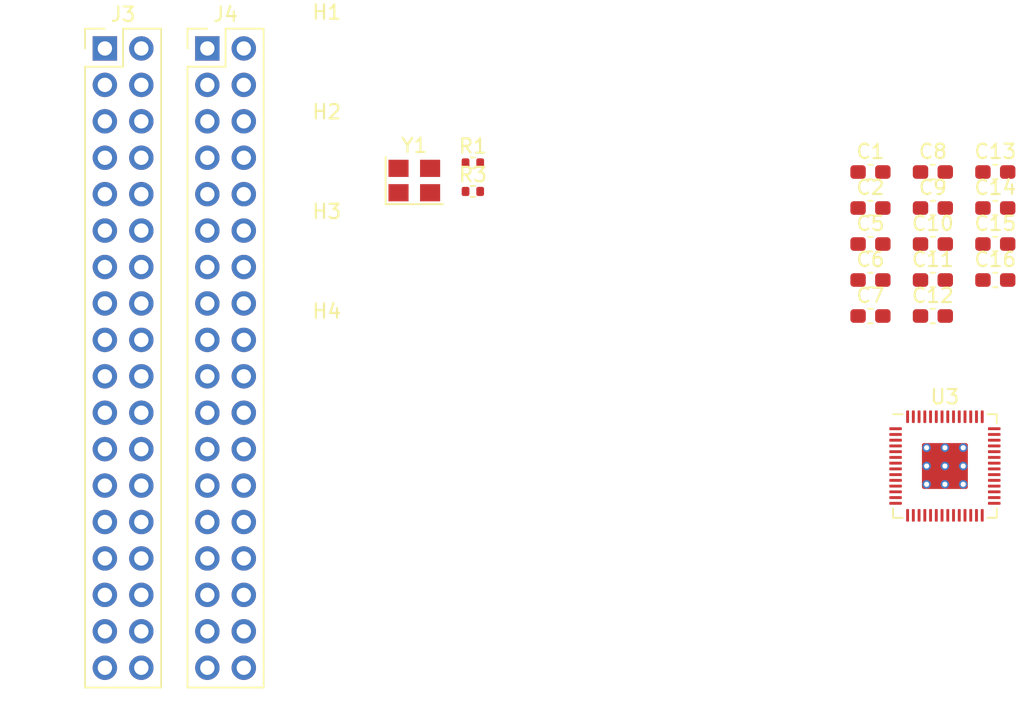
<source format=kicad_pcb>
(kicad_pcb (version 20241229) (generator "pcbnew") (generator_version "9.0")
  (title_block (title "RP2040 Minimal Design Example") (date "2024-01-16") (rev "REV2") (company "Raspberry Pi Ltd"))
  (layers (0 "F.Cu" signal) (2 "B.Cu" signal) (13 "F.Paste" user) (15 "B.Paste" user) (5 "F.SilkS" user "F.Silkscreen") (7 "B.SilkS" user "B.Silkscreen") (1 "F.Mask" user) (3 "B.Mask" user) (25 "Edge.Cuts" user))
  (net 0 "")
  (net 1 "GND")
  (net 2 "Net-(C2-Pad1)")
  (net 3 "/XIN")
  (net 5 "+3V3")
  (net 6 "+1V1")
  (net 8 "/~{USB_BOOT}")
  (net 9 "/GPIO15")
  (net 10 "/GPIO14")
  (net 11 "/GPIO13")
  (net 12 "/GPIO12")
  (net 13 "/GPIO11")
  (net 14 "/GPIO10")
  (net 15 "/GPIO9")
  (net 16 "/GPIO8")
  (net 17 "/GPIO7")
  (net 18 "/GPIO6")
  (net 19 "/GPIO5")
  (net 20 "/GPIO4")
  (net 21 "/GPIO3")
  (net 22 "/GPIO2")
  (net 23 "/GPIO1")
  (net 24 "/GPIO0")
  (net 25 "/GPIO29_ADC3")
  (net 26 "/GPIO28_ADC2")
  (net 27 "/GPIO27_ADC1")
  (net 28 "/GPIO26_ADC0")
  (net 29 "/GPIO25")
  (net 30 "/GPIO24")
  (net 31 "/GPIO23")
  (net 32 "/GPIO22")
  (net 33 "/GPIO21")
  (net 34 "/GPIO20")
  (net 35 "/GPIO19")
  (net 36 "/GPIO18")
  (net 37 "/GPIO17")
  (net 38 "/GPIO16")
  (net 39 "/RUN")
  (net 40 "/SWD")
  (net 41 "/SWCLK")
  (net 42 "/QSPI_SS")
  (net 43 "/QSPI_SD3")
  (net 44 "/QSPI_SCLK")
  (net 45 "/QSPI_SD0")
  (net 46 "/QSPI_SD2")
  (net 47 "/QSPI_SD1")
  (footprint "Capacitor_SMD:C_0603_1608Metric_Pad1.08x0.95mm_HandSolder" (layer "F.Cu") (at 130.975 52.645)
    (property "Reference" "C10" (at 0 -1.43 0) (layer "F.SilkS"))
    (property "Value" "1u")
    (fp_line (start -0.146267 -0.51) (end 0.146267 -0.51) (stroke (width 0.12)) (layer "F.SilkS"))
    (fp_line (start -0.146267 0.51) (end 0.146267 0.51) (stroke (width 0.12)) (layer "F.SilkS"))
    (pad "1" smd roundrect (at -0.8625 0) (size 1.075 0.95) (layers "F.Cu" "F.Mask" "F.Paste") (net 5 "+3V3"))
    (pad "2" smd roundrect (at 0.8625 0) (size 1.075 0.95) (layers "F.Cu" "F.Mask" "F.Paste") (net 1 "GND"))
  )
  (footprint "Capacitor_SMD:C_0603_1608Metric_Pad1.08x0.95mm_HandSolder" (layer "F.Cu") (at 126.625 55.155)
    (property "Reference" "C6" (at 0 -1.43 0) (layer "F.SilkS"))
    (property "Value" "100n")
    (fp_line (start -0.146267 -0.51) (end 0.146267 -0.51) (stroke (width 0.12)) (layer "F.SilkS"))
    (fp_line (start -0.146267 0.51) (end 0.146267 0.51) (stroke (width 0.12)) (layer "F.SilkS"))
    (pad "1" smd roundrect (at -0.8625 0) (size 1.075 0.95) (layers "F.Cu" "F.Mask" "F.Paste") (net 6 "+1V1"))
    (pad "2" smd roundrect (at 0.8625 0) (size 1.075 0.95) (layers "F.Cu" "F.Mask" "F.Paste") (net 1 "GND"))
  )
  (footprint "Capacitor_SMD:C_0603_1608Metric_Pad1.08x0.95mm_HandSolder" (layer "F.Cu") (at 126.625 50.135)
    (property "Reference" "C2" (at 0 -1.43 0) (layer "F.SilkS"))
    (property "Value" "27pF")
    (fp_line (start -0.146267 -0.51) (end 0.146267 -0.51) (stroke (width 0.12)) (layer "F.SilkS"))
    (fp_line (start -0.146267 0.51) (end 0.146267 0.51) (stroke (width 0.12)) (layer "F.SilkS"))
    (pad "1" smd roundrect (at -0.8625 0) (size 1.075 0.95) (layers "F.Cu" "F.Mask" "F.Paste") (net 2 "Net-(C2-Pad1)"))
    (pad "2" smd roundrect (at 0.8625 0) (size 1.075 0.95) (layers "F.Cu" "F.Mask" "F.Paste") (net 1 "GND"))
  )
  (footprint "MountingHole:MountingHole_2.7mm_M2.5" (layer "F.Cu") (at 88.7425 40.18)
    (property "Reference" "H1" (at 0 -3.7 0) (layer "F.SilkS"))
    (property "Value" "MountingHole")
    (pad "" np_thru_hole circle (at 0 0) (size 2.7 2.7) (drill 2.7) (layers "*.Cu" "*.Mask"))
  )
  (footprint "Resistor_SMD:R_0402_1005Metric" (layer "F.Cu") (at 98.9225 46.99)
    (property "Reference" "R1" (at 0 -1.17 0) (layer "F.SilkS"))
    (property "Value" "1k")
    (fp_line (start -0.153641 -0.38) (end 0.153641 -0.38) (stroke (width 0.12)) (layer "F.SilkS"))
    (fp_line (start -0.153641 0.38) (end 0.153641 0.38) (stroke (width 0.12)) (layer "F.SilkS"))
    (pad "1" smd roundrect (at -0.51 0) (size 0.54 0.64) (layers "F.Cu" "F.Mask" "F.Paste") (net 42 "/QSPI_SS"))
    (pad "2" smd roundrect (at 0.51 0) (size 0.54 0.64) (layers "F.Cu" "F.Mask" "F.Paste") (net 8 "/~{USB_BOOT}"))
  )
  (footprint "Crystal:Crystal_SMD_Abracon_ABM8G-4Pin_3.2x2.5mm" (layer "F.Cu") (at 94.8425 48.22)
    (property "Reference" "Y1" (at 0 -2.45 0) (layer "F.SilkS"))
    (property "Value" "12Mhz")
    (fp_line (start -2 -1.65) (end -2 1.65) (stroke (width 0.12)) (layer "F.SilkS"))
    (fp_line (start -2 1.65) (end 2 1.65) (stroke (width 0.12)) (layer "F.SilkS"))
    (pad "1" smd rect (at -1.1 0.85) (size 1.4 1.2) (layers "F.Cu" "F.Mask" "F.Paste") (net 3 "/XIN"))
    (pad "2" smd rect (at 1.1 0.85) (size 1.4 1.2) (layers "F.Cu" "F.Mask" "F.Paste") (net 2 "Net-(C2-Pad1)"))
    (pad "3" smd rect (at 1.1 -0.85) (size 1.4 1.2) (layers "F.Cu" "F.Mask" "F.Paste"))
    (pad "4" smd rect (at -1.1 -0.85) (size 1.4 1.2) (layers "F.Cu" "F.Mask" "F.Paste"))
  )
  (footprint "Connector_PinHeader_2.54mm:PinHeader_2x18_P2.54mm_Vertical" (layer "F.Cu") (at 80.4225 39.01)
    (property "Reference" "J4" (at 1.27 -2.38 0) (layer "F.SilkS"))
    (property "Value" "Conn_02x18_Odd_Even")
    (fp_line (start -1.38 -1.38) (end 0 -1.38) (stroke (width 0.12)) (layer "F.SilkS"))
    (fp_line (start -1.38 0) (end -1.38 -1.38) (stroke (width 0.12)) (layer "F.SilkS"))
    (fp_line (start -1.38 1.27) (end -1.38 44.56) (stroke (width 0.12)) (layer "F.SilkS"))
    (fp_line (start -1.38 1.27) (end 1.27 1.27) (stroke (width 0.12)) (layer "F.SilkS"))
    (fp_line (start -1.38 44.56) (end 3.92 44.56) (stroke (width 0.12)) (layer "F.SilkS"))
    (fp_line (start 1.27 -1.38) (end 3.92 -1.38) (stroke (width 0.12)) (layer "F.SilkS"))
    (fp_line (start 1.27 1.27) (end 1.27 -1.38) (stroke (width 0.12)) (layer "F.SilkS"))
    (fp_line (start 3.92 -1.38) (end 3.92 44.56) (stroke (width 0.12)) (layer "F.SilkS"))
    (pad "1" thru_hole rect (at 0 0) (size 1.7 1.7) (drill 1) (layers "*.Cu" "*.Mask") (net 25 "/GPIO29_ADC3"))
    (pad "2" thru_hole circle (at 2.54 0) (size 1.7 1.7) (drill 1) (layers "*.Cu" "*.Mask") (net 1 "GND"))
    (pad "3" thru_hole circle (at 0 2.54) (size 1.7 1.7) (drill 1) (layers "*.Cu" "*.Mask") (net 26 "/GPIO28_ADC2"))
    (pad "4" thru_hole circle (at 2.54 2.54) (size 1.7 1.7) (drill 1) (layers "*.Cu" "*.Mask") (net 1 "GND"))
    (pad "5" thru_hole circle (at 0 5.08) (size 1.7 1.7) (drill 1) (layers "*.Cu" "*.Mask") (net 27 "/GPIO27_ADC1"))
    (pad "6" thru_hole circle (at 2.54 5.08) (size 1.7 1.7) (drill 1) (layers "*.Cu" "*.Mask") (net 1 "GND"))
    (pad "7" thru_hole circle (at 0 7.62) (size 1.7 1.7) (drill 1) (layers "*.Cu" "*.Mask") (net 28 "/GPIO26_ADC0"))
    (pad "8" thru_hole circle (at 2.54 7.62) (size 1.7 1.7) (drill 1) (layers "*.Cu" "*.Mask") (net 1 "GND"))
    (pad "9" thru_hole circle (at 0 10.16) (size 1.7 1.7) (drill 1) (layers "*.Cu" "*.Mask") (net 29 "/GPIO25"))
    (pad "10" thru_hole circle (at 2.54 10.16) (size 1.7 1.7) (drill 1) (layers "*.Cu" "*.Mask") (net 1 "GND"))
    (pad "11" thru_hole circle (at 0 12.7) (size 1.7 1.7) (drill 1) (layers "*.Cu" "*.Mask") (net 30 "/GPIO24"))
    (pad "12" thru_hole circle (at 2.54 12.7) (size 1.7 1.7) (drill 1) (layers "*.Cu" "*.Mask") (net 1 "GND"))
    (pad "13" thru_hole circle (at 0 15.24) (size 1.7 1.7) (drill 1) (layers "*.Cu" "*.Mask") (net 31 "/GPIO23"))
    (pad "14" thru_hole circle (at 2.54 15.24) (size 1.7 1.7) (drill 1) (layers "*.Cu" "*.Mask") (net 1 "GND"))
    (pad "15" thru_hole circle (at 0 17.78) (size 1.7 1.7) (drill 1) (layers "*.Cu" "*.Mask") (net 32 "/GPIO22"))
    (pad "16" thru_hole circle (at 2.54 17.78) (size 1.7 1.7) (drill 1) (layers "*.Cu" "*.Mask") (net 1 "GND"))
    (pad "17" thru_hole circle (at 0 20.32) (size 1.7 1.7) (drill 1) (layers "*.Cu" "*.Mask") (net 33 "/GPIO21"))
    (pad "18" thru_hole circle (at 2.54 20.32) (size 1.7 1.7) (drill 1) (layers "*.Cu" "*.Mask") (net 1 "GND"))
    (pad "19" thru_hole circle (at 0 22.86) (size 1.7 1.7) (drill 1) (layers "*.Cu" "*.Mask") (net 34 "/GPIO20"))
    (pad "20" thru_hole circle (at 2.54 22.86) (size 1.7 1.7) (drill 1) (layers "*.Cu" "*.Mask") (net 1 "GND"))
    (pad "21" thru_hole circle (at 0 25.4) (size 1.7 1.7) (drill 1) (layers "*.Cu" "*.Mask") (net 35 "/GPIO19"))
    (pad "22" thru_hole circle (at 2.54 25.4) (size 1.7 1.7) (drill 1) (layers "*.Cu" "*.Mask") (net 1 "GND"))
    (pad "23" thru_hole circle (at 0 27.94) (size 1.7 1.7) (drill 1) (layers "*.Cu" "*.Mask") (net 36 "/GPIO18"))
    (pad "24" thru_hole circle (at 2.54 27.94) (size 1.7 1.7) (drill 1) (layers "*.Cu" "*.Mask") (net 1 "GND"))
    (pad "25" thru_hole circle (at 0 30.48) (size 1.7 1.7) (drill 1) (layers "*.Cu" "*.Mask") (net 37 "/GPIO17"))
    (pad "26" thru_hole circle (at 2.54 30.48) (size 1.7 1.7) (drill 1) (layers "*.Cu" "*.Mask") (net 1 "GND"))
    (pad "27" thru_hole circle (at 0 33.02) (size 1.7 1.7) (drill 1) (layers "*.Cu" "*.Mask") (net 38 "/GPIO16"))
    (pad "28" thru_hole circle (at 2.54 33.02) (size 1.7 1.7) (drill 1) (layers "*.Cu" "*.Mask") (net 1 "GND"))
    (pad "29" thru_hole circle (at 0 35.56) (size 1.7 1.7) (drill 1) (layers "*.Cu" "*.Mask") (net 39 "/RUN"))
    (pad "30" thru_hole circle (at 2.54 35.56) (size 1.7 1.7) (drill 1) (layers "*.Cu" "*.Mask") (net 1 "GND"))
    (pad "31" thru_hole circle (at 0 38.1) (size 1.7 1.7) (drill 1) (layers "*.Cu" "*.Mask") (net 40 "/SWD"))
    (pad "32" thru_hole circle (at 2.54 38.1) (size 1.7 1.7) (drill 1) (layers "*.Cu" "*.Mask") (net 1 "GND"))
    (pad "33" thru_hole circle (at 0 40.64) (size 1.7 1.7) (drill 1) (layers "*.Cu" "*.Mask") (net 41 "/SWCLK"))
    (pad "34" thru_hole circle (at 2.54 40.64) (size 1.7 1.7) (drill 1) (layers "*.Cu" "*.Mask") (net 1 "GND"))
    (pad "35" thru_hole circle (at 0 43.18) (size 1.7 1.7) (drill 1) (layers "*.Cu" "*.Mask") (net 1 "GND"))
    (pad "36" thru_hole circle (at 2.54 43.18) (size 1.7 1.7) (drill 1) (layers "*.Cu" "*.Mask") (net 1 "GND"))
  )
  (footprint "Connector_PinHeader_2.54mm:PinHeader_2x18_P2.54mm_Vertical" (layer "F.Cu") (at 73.2825 39.01)
    (property "Reference" "J3" (at 1.27 -2.38 0) (layer "F.SilkS"))
    (property "Value" "Conn_02x18_Odd_Even")
    (fp_line (start -1.38 -1.38) (end 0 -1.38) (stroke (width 0.12)) (layer "F.SilkS"))
    (fp_line (start -1.38 0) (end -1.38 -1.38) (stroke (width 0.12)) (layer "F.SilkS"))
    (fp_line (start -1.38 1.27) (end -1.38 44.56) (stroke (width 0.12)) (layer "F.SilkS"))
    (fp_line (start -1.38 1.27) (end 1.27 1.27) (stroke (width 0.12)) (layer "F.SilkS"))
    (fp_line (start -1.38 44.56) (end 3.92 44.56) (stroke (width 0.12)) (layer "F.SilkS"))
    (fp_line (start 1.27 -1.38) (end 3.92 -1.38) (stroke (width 0.12)) (layer "F.SilkS"))
    (fp_line (start 1.27 1.27) (end 1.27 -1.38) (stroke (width 0.12)) (layer "F.SilkS"))
    (fp_line (start 3.92 -1.38) (end 3.92 44.56) (stroke (width 0.12)) (layer "F.SilkS"))
    (pad "1" thru_hole rect (at 0 0) (size 1.7 1.7) (drill 1) (layers "*.Cu" "*.Mask") (net 1 "GND"))
    (pad "2" thru_hole circle (at 2.54 0) (size 1.7 1.7) (drill 1) (layers "*.Cu" "*.Mask") (net 5 "+3V3"))
    (pad "3" thru_hole circle (at 0 2.54) (size 1.7 1.7) (drill 1) (layers "*.Cu" "*.Mask") (net 1 "GND"))
    (pad "4" thru_hole circle (at 2.54 2.54) (size 1.7 1.7) (drill 1) (layers "*.Cu" "*.Mask") (net 24 "/GPIO0"))
    (pad "5" thru_hole circle (at 0 5.08) (size 1.7 1.7) (drill 1) (layers "*.Cu" "*.Mask") (net 1 "GND"))
    (pad "6" thru_hole circle (at 2.54 5.08) (size 1.7 1.7) (drill 1) (layers "*.Cu" "*.Mask") (net 23 "/GPIO1"))
    (pad "7" thru_hole circle (at 0 7.62) (size 1.7 1.7) (drill 1) (layers "*.Cu" "*.Mask") (net 1 "GND"))
    (pad "8" thru_hole circle (at 2.54 7.62) (size 1.7 1.7) (drill 1) (layers "*.Cu" "*.Mask") (net 22 "/GPIO2"))
    (pad "9" thru_hole circle (at 0 10.16) (size 1.7 1.7) (drill 1) (layers "*.Cu" "*.Mask") (net 1 "GND"))
    (pad "10" thru_hole circle (at 2.54 10.16) (size 1.7 1.7) (drill 1) (layers "*.Cu" "*.Mask") (net 21 "/GPIO3"))
    (pad "11" thru_hole circle (at 0 12.7) (size 1.7 1.7) (drill 1) (layers "*.Cu" "*.Mask") (net 1 "GND"))
    (pad "12" thru_hole circle (at 2.54 12.7) (size 1.7 1.7) (drill 1) (layers "*.Cu" "*.Mask") (net 20 "/GPIO4"))
    (pad "13" thru_hole circle (at 0 15.24) (size 1.7 1.7) (drill 1) (layers "*.Cu" "*.Mask") (net 1 "GND"))
    (pad "14" thru_hole circle (at 2.54 15.24) (size 1.7 1.7) (drill 1) (layers "*.Cu" "*.Mask") (net 19 "/GPIO5"))
    (pad "15" thru_hole circle (at 0 17.78) (size 1.7 1.7) (drill 1) (layers "*.Cu" "*.Mask") (net 1 "GND"))
    (pad "16" thru_hole circle (at 2.54 17.78) (size 1.7 1.7) (drill 1) (layers "*.Cu" "*.Mask") (net 18 "/GPIO6"))
    (pad "17" thru_hole circle (at 0 20.32) (size 1.7 1.7) (drill 1) (layers "*.Cu" "*.Mask") (net 1 "GND"))
    (pad "18" thru_hole circle (at 2.54 20.32) (size 1.7 1.7) (drill 1) (layers "*.Cu" "*.Mask") (net 17 "/GPIO7"))
    (pad "19" thru_hole circle (at 0 22.86) (size 1.7 1.7) (drill 1) (layers "*.Cu" "*.Mask") (net 1 "GND"))
    (pad "20" thru_hole circle (at 2.54 22.86) (size 1.7 1.7) (drill 1) (layers "*.Cu" "*.Mask") (net 16 "/GPIO8"))
    (pad "21" thru_hole circle (at 0 25.4) (size 1.7 1.7) (drill 1) (layers "*.Cu" "*.Mask") (net 1 "GND"))
    (pad "22" thru_hole circle (at 2.54 25.4) (size 1.7 1.7) (drill 1) (layers "*.Cu" "*.Mask") (net 15 "/GPIO9"))
    (pad "23" thru_hole circle (at 0 27.94) (size 1.7 1.7) (drill 1) (layers "*.Cu" "*.Mask") (net 1 "GND"))
    (pad "24" thru_hole circle (at 2.54 27.94) (size 1.7 1.7) (drill 1) (layers "*.Cu" "*.Mask") (net 14 "/GPIO10"))
    (pad "25" thru_hole circle (at 0 30.48) (size 1.7 1.7) (drill 1) (layers "*.Cu" "*.Mask") (net 1 "GND"))
    (pad "26" thru_hole circle (at 2.54 30.48) (size 1.7 1.7) (drill 1) (layers "*.Cu" "*.Mask") (net 13 "/GPIO11"))
    (pad "27" thru_hole circle (at 0 33.02) (size 1.7 1.7) (drill 1) (layers "*.Cu" "*.Mask") (net 1 "GND"))
    (pad "28" thru_hole circle (at 2.54 33.02) (size 1.7 1.7) (drill 1) (layers "*.Cu" "*.Mask") (net 12 "/GPIO12"))
    (pad "29" thru_hole circle (at 0 35.56) (size 1.7 1.7) (drill 1) (layers "*.Cu" "*.Mask") (net 1 "GND"))
    (pad "30" thru_hole circle (at 2.54 35.56) (size 1.7 1.7) (drill 1) (layers "*.Cu" "*.Mask") (net 11 "/GPIO13"))
    (pad "31" thru_hole circle (at 0 38.1) (size 1.7 1.7) (drill 1) (layers "*.Cu" "*.Mask") (net 1 "GND"))
    (pad "32" thru_hole circle (at 2.54 38.1) (size 1.7 1.7) (drill 1) (layers "*.Cu" "*.Mask") (net 10 "/GPIO14"))
    (pad "33" thru_hole circle (at 0 40.64) (size 1.7 1.7) (drill 1) (layers "*.Cu" "*.Mask") (net 1 "GND"))
    (pad "34" thru_hole circle (at 2.54 40.64) (size 1.7 1.7) (drill 1) (layers "*.Cu" "*.Mask") (net 9 "/GPIO15"))
    (pad "35" thru_hole circle (at 0 43.18) (size 1.7 1.7) (drill 1) (layers "*.Cu" "*.Mask") (net 1 "GND"))
    (pad "36" thru_hole circle (at 2.54 43.18) (size 1.7 1.7) (drill 1) (layers "*.Cu" "*.Mask") (net 1 "GND"))
  )
  (footprint "Capacitor_SMD:C_0603_1608Metric_Pad1.08x0.95mm_HandSolder" (layer "F.Cu") (at 126.625 47.625)
    (property "Reference" "C1" (at 0 -1.43 0) (layer "F.SilkS"))
    (property "Value" "27pF")
    (fp_line (start -0.146267 -0.51) (end 0.146267 -0.51) (stroke (width 0.12)) (layer "F.SilkS"))
    (fp_line (start -0.146267 0.51) (end 0.146267 0.51) (stroke (width 0.12)) (layer "F.SilkS"))
    (pad "1" smd roundrect (at -0.8625 0) (size 1.075 0.95) (layers "F.Cu" "F.Mask" "F.Paste") (net 3 "/XIN"))
    (pad "2" smd roundrect (at 0.8625 0) (size 1.075 0.95) (layers "F.Cu" "F.Mask" "F.Paste") (net 1 "GND"))
  )
  (footprint "Capacitor_SMD:C_0603_1608Metric_Pad1.08x0.95mm_HandSolder" (layer "F.Cu") (at 130.975 50.135)
    (property "Reference" "C9" (at 0 -1.43 0) (layer "F.SilkS"))
    (property "Value" "100n")
    (fp_line (start -0.146267 -0.51) (end 0.146267 -0.51) (stroke (width 0.12)) (layer "F.SilkS"))
    (fp_line (start -0.146267 0.51) (end 0.146267 0.51) (stroke (width 0.12)) (layer "F.SilkS"))
    (pad "1" smd roundrect (at -0.8625 0) (size 1.075 0.95) (layers "F.Cu" "F.Mask" "F.Paste") (net 5 "+3V3"))
    (pad "2" smd roundrect (at 0.8625 0) (size 1.075 0.95) (layers "F.Cu" "F.Mask" "F.Paste") (net 1 "GND"))
  )
  (footprint "Capacitor_SMD:C_0603_1608Metric_Pad1.08x0.95mm_HandSolder" (layer "F.Cu") (at 126.625 52.645)
    (property "Reference" "C5" (at 0 -1.43 0) (layer "F.SilkS"))
    (property "Value" "100n")
    (fp_line (start -0.146267 -0.51) (end 0.146267 -0.51) (stroke (width 0.12)) (layer "F.SilkS"))
    (fp_line (start -0.146267 0.51) (end 0.146267 0.51) (stroke (width 0.12)) (layer "F.SilkS"))
    (pad "1" smd roundrect (at -0.8625 0) (size 1.075 0.95) (layers "F.Cu" "F.Mask" "F.Paste") (net 5 "+3V3"))
    (pad "2" smd roundrect (at 0.8625 0) (size 1.075 0.95) (layers "F.Cu" "F.Mask" "F.Paste") (net 1 "GND"))
  )
  (footprint "Capacitor_SMD:C_0603_1608Metric_Pad1.08x0.95mm_HandSolder" (layer "F.Cu") (at 126.625 57.665)
    (property "Reference" "C7" (at 0 -1.43 0) (layer "F.SilkS"))
    (property "Value" "100n")
    (fp_line (start -0.146267 -0.51) (end 0.146267 -0.51) (stroke (width 0.12)) (layer "F.SilkS"))
    (fp_line (start -0.146267 0.51) (end 0.146267 0.51) (stroke (width 0.12)) (layer "F.SilkS"))
    (pad "1" smd roundrect (at -0.8625 0) (size 1.075 0.95) (layers "F.Cu" "F.Mask" "F.Paste") (net 6 "+1V1"))
    (pad "2" smd roundrect (at 0.8625 0) (size 1.075 0.95) (layers "F.Cu" "F.Mask" "F.Paste") (net 1 "GND"))
  )
  (footprint "MountingHole:MountingHole_2.7mm_M2.5" (layer "F.Cu") (at 88.7425 61.03)
    (property "Reference" "H4" (at 0 -3.7 0) (layer "F.SilkS"))
    (property "Value" "MountingHole")
    (pad "" np_thru_hole circle (at 0 0) (size 2.7 2.7) (drill 2.7) (layers "*.Cu" "*.Mask"))
  )
  (footprint "MountingHole:MountingHole_2.7mm_M2.5" (layer "F.Cu") (at 88.7425 54.08)
    (property "Reference" "H3" (at 0 -3.7 0) (layer "F.SilkS"))
    (property "Value" "MountingHole")
    (pad "" np_thru_hole circle (at 0 0) (size 2.7 2.7) (drill 2.7) (layers "*.Cu" "*.Mask"))
  )
  (footprint "Capacitor_SMD:C_0603_1608Metric_Pad1.08x0.95mm_HandSolder" (layer "F.Cu") (at 135.325 52.645)
    (property "Reference" "C15" (at 0 -1.43 0) (layer "F.SilkS"))
    (property "Value" "100n")
    (fp_line (start -0.146267 -0.51) (end 0.146267 -0.51) (stroke (width 0.12)) (layer "F.SilkS"))
    (fp_line (start -0.146267 0.51) (end 0.146267 0.51) (stroke (width 0.12)) (layer "F.SilkS"))
    (pad "1" smd roundrect (at -0.8625 0) (size 1.075 0.95) (layers "F.Cu" "F.Mask" "F.Paste") (net 5 "+3V3"))
    (pad "2" smd roundrect (at 0.8625 0) (size 1.075 0.95) (layers "F.Cu" "F.Mask" "F.Paste") (net 1 "GND"))
  )
  (footprint "MountingHole:MountingHole_2.7mm_M2.5" (layer "F.Cu") (at 88.7425 47.13)
    (property "Reference" "H2" (at 0 -3.7 0) (layer "F.SilkS"))
    (property "Value" "MountingHole")
    (pad "" np_thru_hole circle (at 0 0) (size 2.7 2.7) (drill 2.7) (layers "*.Cu" "*.Mask"))
  )
  (footprint "Capacitor_SMD:C_0603_1608Metric_Pad1.08x0.95mm_HandSolder" (layer "F.Cu") (at 135.325 55.155)
    (property "Reference" "C16" (at 0 -1.43 0) (layer "F.SilkS"))
    (property "Value" "100n")
    (fp_line (start -0.146267 -0.51) (end 0.146267 -0.51) (stroke (width 0.12)) (layer "F.SilkS"))
    (fp_line (start -0.146267 0.51) (end 0.146267 0.51) (stroke (width 0.12)) (layer "F.SilkS"))
    (pad "1" smd roundrect (at -0.8625 0) (size 1.075 0.95) (layers "F.Cu" "F.Mask" "F.Paste") (net 5 "+3V3"))
    (pad "2" smd roundrect (at 0.8625 0) (size 1.075 0.95) (layers "F.Cu" "F.Mask" "F.Paste") (net 1 "GND"))
  )
  (footprint "Capacitor_SMD:C_0603_1608Metric_Pad1.08x0.95mm_HandSolder" (layer "F.Cu") (at 135.325 50.135)
    (property "Reference" "C14" (at 0 -1.43 0) (layer "F.SilkS"))
    (property "Value" "100n")
    (fp_line (start -0.146267 -0.51) (end 0.146267 -0.51) (stroke (width 0.12)) (layer "F.SilkS"))
    (fp_line (start -0.146267 0.51) (end 0.146267 0.51) (stroke (width 0.12)) (layer "F.SilkS"))
    (pad "1" smd roundrect (at -0.8625 0) (size 1.075 0.95) (layers "F.Cu" "F.Mask" "F.Paste") (net 5 "+3V3"))
    (pad "2" smd roundrect (at 0.8625 0) (size 1.075 0.95) (layers "F.Cu" "F.Mask" "F.Paste") (net 1 "GND"))
  )
  (footprint "Capacitor_SMD:C_0603_1608Metric_Pad1.08x0.95mm_HandSolder" (layer "F.Cu") (at 130.975 55.155)
    (property "Reference" "C11" (at 0 -1.43 0) (layer "F.SilkS"))
    (property "Value" "100n")
    (fp_line (start -0.146267 -0.51) (end 0.146267 -0.51) (stroke (width 0.12)) (layer "F.SilkS"))
    (fp_line (start -0.146267 0.51) (end 0.146267 0.51) (stroke (width 0.12)) (layer "F.SilkS"))
    (pad "1" smd roundrect (at -0.8625 0) (size 1.075 0.95) (layers "F.Cu" "F.Mask" "F.Paste") (net 5 "+3V3"))
    (pad "2" smd roundrect (at 0.8625 0) (size 1.075 0.95) (layers "F.Cu" "F.Mask" "F.Paste") (net 1 "GND"))
  )
  (footprint "RP2040_minimal:RP2040-QFN-56" (layer "F.Cu") (at 131.8125 68.125)
    (property "Reference" "U3" (at 0 -4.82 0) (layer "F.SilkS"))
    (property "Value" "RP2040")
    (fp_line (start -3.61 3.61) (end -3.61 2.96) (stroke (width 0.12)) (layer "F.SilkS"))
    (fp_line (start -2.96 -3.61) (end -3.61 -3.61) (stroke (width 0.12)) (layer "F.SilkS"))
    (fp_line (start -2.96 3.61) (end -3.61 3.61) (stroke (width 0.12)) (layer "F.SilkS"))
    (fp_line (start 2.96 -3.61) (end 3.61 -3.61) (stroke (width 0.12)) (layer "F.SilkS"))
    (fp_line (start 2.96 3.61) (end 3.61 3.61) (stroke (width 0.12)) (layer "F.SilkS"))
    (fp_line (start 3.61 -3.61) (end 3.61 -2.96) (stroke (width 0.12)) (layer "F.SilkS"))
    (fp_line (start 3.61 3.61) (end 3.61 2.96) (stroke (width 0.12)) (layer "F.SilkS"))
    (pad "1" smd roundrect (at -3.4375 -2.6) (size 0.875 0.2) (layers "F.Cu" "F.Mask" "F.Paste") (net 5 "+3V3"))
    (pad "2" smd roundrect (at -3.4375 -2.2) (size 0.875 0.2) (layers "F.Cu" "F.Mask" "F.Paste") (net 24 "/GPIO0"))
    (pad "3" smd roundrect (at -3.4375 -1.8) (size 0.875 0.2) (layers "F.Cu" "F.Mask" "F.Paste") (net 23 "/GPIO1"))
    (pad "4" smd roundrect (at -3.4375 -1.4) (size 0.875 0.2) (layers "F.Cu" "F.Mask" "F.Paste") (net 22 "/GPIO2"))
    (pad "5" smd roundrect (at -3.4375 -1) (size 0.875 0.2) (layers "F.Cu" "F.Mask" "F.Paste") (net 21 "/GPIO3"))
    (pad "6" smd roundrect (at -3.4375 -0.6) (size 0.875 0.2) (layers "F.Cu" "F.Mask" "F.Paste") (net 20 "/GPIO4"))
    (pad "7" smd roundrect (at -3.4375 -0.2) (size 0.875 0.2) (layers "F.Cu" "F.Mask" "F.Paste") (net 19 "/GPIO5"))
    (pad "8" smd roundrect (at -3.4375 0.2) (size 0.875 0.2) (layers "F.Cu" "F.Mask" "F.Paste") (net 18 "/GPIO6"))
    (pad "9" smd roundrect (at -3.4375 0.6) (size 0.875 0.2) (layers "F.Cu" "F.Mask" "F.Paste") (net 17 "/GPIO7"))
    (pad "10" smd roundrect (at -3.4375 1) (size 0.875 0.2) (layers "F.Cu" "F.Mask" "F.Paste") (net 5 "+3V3"))
    (pad "11" smd roundrect (at -3.4375 1.4) (size 0.875 0.2) (layers "F.Cu" "F.Mask" "F.Paste") (net 16 "/GPIO8"))
    (pad "12" smd roundrect (at -3.4375 1.8) (size 0.875 0.2) (layers "F.Cu" "F.Mask" "F.Paste") (net 15 "/GPIO9"))
    (pad "13" smd roundrect (at -3.4375 2.2) (size 0.875 0.2) (layers "F.Cu" "F.Mask" "F.Paste") (net 14 "/GPIO10"))
    (pad "14" smd roundrect (at -3.4375 2.6) (size 0.875 0.2) (layers "F.Cu" "F.Mask" "F.Paste") (net 13 "/GPIO11"))
    (pad "15" smd roundrect (at -2.6 3.4375) (size 0.2 0.875) (layers "F.Cu" "F.Mask" "F.Paste") (net 12 "/GPIO12"))
    (pad "16" smd roundrect (at -2.2 3.4375) (size 0.2 0.875) (layers "F.Cu" "F.Mask" "F.Paste") (net 11 "/GPIO13"))
    (pad "17" smd roundrect (at -1.8 3.4375) (size 0.2 0.875) (layers "F.Cu" "F.Mask" "F.Paste") (net 10 "/GPIO14"))
    (pad "18" smd roundrect (at -1.4 3.4375) (size 0.2 0.875) (layers "F.Cu" "F.Mask" "F.Paste") (net 9 "/GPIO15"))
    (pad "19" smd roundrect (at -1 3.4375) (size 0.2 0.875) (layers "F.Cu" "F.Mask" "F.Paste") (net 1 "GND"))
    (pad "20" smd roundrect (at -0.6 3.4375) (size 0.2 0.875) (layers "F.Cu" "F.Mask" "F.Paste") (net 3 "/XIN"))
    (pad "21" smd roundrect (at -0.2 3.4375) (size 0.2 0.875) (layers "F.Cu" "F.Mask" "F.Paste") (net 3 "/XIN"))
    (pad "22" smd roundrect (at 0.2 3.4375) (size 0.2 0.875) (layers "F.Cu" "F.Mask" "F.Paste") (net 5 "+3V3"))
    (pad "23" smd roundrect (at 0.6 3.4375) (size 0.2 0.875) (layers "F.Cu" "F.Mask" "F.Paste") (net 6 "+1V1"))
    (pad "24" smd roundrect (at 1 3.4375) (size 0.2 0.875) (layers "F.Cu" "F.Mask" "F.Paste") (net 41 "/SWCLK"))
    (pad "25" smd roundrect (at 1.4 3.4375) (size 0.2 0.875) (layers "F.Cu" "F.Mask" "F.Paste") (net 40 "/SWD"))
    (pad "26" smd roundrect (at 1.8 3.4375) (size 0.2 0.875) (layers "F.Cu" "F.Mask" "F.Paste") (net 39 "/RUN"))
    (pad "27" smd roundrect (at 2.2 3.4375) (size 0.2 0.875) (layers "F.Cu" "F.Mask" "F.Paste") (net 38 "/GPIO16"))
    (pad "28" smd roundrect (at 2.6 3.4375) (size 0.2 0.875) (layers "F.Cu" "F.Mask" "F.Paste") (net 37 "/GPIO17"))
    (pad "29" smd roundrect (at 3.4375 2.6) (size 0.875 0.2) (layers "F.Cu" "F.Mask" "F.Paste") (net 36 "/GPIO18"))
    (pad "30" smd roundrect (at 3.4375 2.2) (size 0.875 0.2) (layers "F.Cu" "F.Mask" "F.Paste") (net 35 "/GPIO19"))
    (pad "31" smd roundrect (at 3.4375 1.8) (size 0.875 0.2) (layers "F.Cu" "F.Mask" "F.Paste") (net 34 "/GPIO20"))
    (pad "32" smd roundrect (at 3.4375 1.4) (size 0.875 0.2) (layers "F.Cu" "F.Mask" "F.Paste") (net 33 "/GPIO21"))
    (pad "33" smd roundrect (at 3.4375 1) (size 0.875 0.2) (layers "F.Cu" "F.Mask" "F.Paste") (net 5 "+3V3"))
    (pad "34" smd roundrect (at 3.4375 0.6) (size 0.875 0.2) (layers "F.Cu" "F.Mask" "F.Paste") (net 32 "/GPIO22"))
    (pad "35" smd roundrect (at 3.4375 0.2) (size 0.875 0.2) (layers "F.Cu" "F.Mask" "F.Paste") (net 31 "/GPIO23"))
    (pad "36" smd roundrect (at 3.4375 -0.2) (size 0.875 0.2) (layers "F.Cu" "F.Mask" "F.Paste") (net 30 "/GPIO24"))
    (pad "37" smd roundrect (at 3.4375 -0.6) (size 0.875 0.2) (layers "F.Cu" "F.Mask" "F.Paste") (net 29 "/GPIO25"))
    (pad "38" smd roundrect (at 3.4375 -1) (size 0.875 0.2) (layers "F.Cu" "F.Mask" "F.Paste") (net 28 "/GPIO26_ADC0"))
    (pad "39" smd roundrect (at 3.4375 -1.4) (size 0.875 0.2) (layers "F.Cu" "F.Mask" "F.Paste") (net 27 "/GPIO27_ADC1"))
    (pad "40" smd roundrect (at 3.4375 -1.8) (size 0.875 0.2) (layers "F.Cu" "F.Mask" "F.Paste") (net 26 "/GPIO28_ADC2"))
    (pad "41" smd roundrect (at 3.4375 -2.2) (size 0.875 0.2) (layers "F.Cu" "F.Mask" "F.Paste") (net 25 "/GPIO29_ADC3"))
    (pad "42" smd roundrect (at 3.4375 -2.6) (size 0.875 0.2) (layers "F.Cu" "F.Mask" "F.Paste") (net 5 "+3V3"))
    (pad "43" smd roundrect (at 2.6 -3.4375) (size 0.2 0.875) (layers "F.Cu" "F.Mask" "F.Paste") (net 5 "+3V3"))
    (pad "44" smd roundrect (at 2.2 -3.4375) (size 0.2 0.875) (layers "F.Cu" "F.Mask" "F.Paste") (net 5 "+3V3"))
    (pad "45" smd roundrect (at 1.8 -3.4375) (size 0.2 0.875) (layers "F.Cu" "F.Mask" "F.Paste") (net 6 "+1V1"))
    (pad "46" smd roundrect (at 1.4 -3.4375) (size 0.2 0.875) (layers "F.Cu" "F.Mask" "F.Paste"))
    (pad "47" smd roundrect (at 1 -3.4375) (size 0.2 0.875) (layers "F.Cu" "F.Mask" "F.Paste"))
    (pad "48" smd roundrect (at 0.6 -3.4375) (size 0.2 0.875) (layers "F.Cu" "F.Mask" "F.Paste") (net 5 "+3V3"))
    (pad "49" smd roundrect (at 0.2 -3.4375) (size 0.2 0.875) (layers "F.Cu" "F.Mask" "F.Paste") (net 5 "+3V3"))
    (pad "50" smd roundrect (at -0.2 -3.4375) (size 0.2 0.875) (layers "F.Cu" "F.Mask" "F.Paste") (net 6 "+1V1"))
    (pad "51" smd roundrect (at -0.6 -3.4375) (size 0.2 0.875) (layers "F.Cu" "F.Mask" "F.Paste") (net 43 "/QSPI_SD3"))
    (pad "52" smd roundrect (at -1 -3.4375) (size 0.2 0.875) (layers "F.Cu" "F.Mask" "F.Paste") (net 44 "/QSPI_SCLK"))
    (pad "53" smd roundrect (at -1.4 -3.4375) (size 0.2 0.875) (layers "F.Cu" "F.Mask" "F.Paste") (net 45 "/QSPI_SD0"))
    (pad "54" smd roundrect (at -1.8 -3.4375) (size 0.2 0.875) (layers "F.Cu" "F.Mask" "F.Paste") (net 46 "/QSPI_SD2"))
    (pad "55" smd roundrect (at -2.2 -3.4375) (size 0.2 0.875) (layers "F.Cu" "F.Mask" "F.Paste") (net 47 "/QSPI_SD1"))
    (pad "56" smd roundrect (at -2.6 -3.4375) (size 0.2 0.875) (layers "F.Cu" "F.Mask" "F.Paste") (net 42 "/QSPI_SS"))
    (pad "57" thru_hole circle (at -1.275 -1.275) (size 0.6 0.6) (drill 0.35) (layers "*.Cu") (net 1 "GND"))
    (pad "57" thru_hole circle (at -1.275 0) (size 0.6 0.6) (drill 0.35) (layers "*.Cu") (net 1 "GND"))
    (pad "57" thru_hole circle (at -1.275 1.275) (size 0.6 0.6) (drill 0.35) (layers "*.Cu") (net 1 "GND"))
    (pad "57" thru_hole circle (at 0 -1.275) (size 0.6 0.6) (drill 0.35) (layers "*.Cu") (net 1 "GND"))
    (pad "57" thru_hole circle (at 0 0) (size 0.6 0.6) (drill 0.35) (layers "*.Cu") (net 1 "GND"))
    (pad "57" smd roundrect (at 0 0) (size 3.2 3.2) (layers "F.Cu" "F.Mask") (roundrect_rratio 0.045) (net 1 "GND"))
    (pad "57" thru_hole circle (at 0 1.275) (size 0.6 0.6) (drill 0.35) (layers "*.Cu") (net 1 "GND"))
    (pad "57" thru_hole circle (at 1.275 -1.275) (size 0.6 0.6) (drill 0.35) (layers "*.Cu") (net 1 "GND"))
    (pad "57" thru_hole circle (at 1.275 0) (size 0.6 0.6) (drill 0.35) (layers "*.Cu") (net 1 "GND"))
    (pad "57" thru_hole circle (at 1.275 1.275) (size 0.6 0.6) (drill 0.35) (layers "*.Cu") (net 1 "GND"))
  )
  (footprint "Resistor_SMD:R_0402_1005Metric" (layer "F.Cu") (at 98.9225 48.98)
    (property "Reference" "R3" (at 0 -1.17 0) (layer "F.SilkS"))
    (property "Value" "10k")
    (fp_line (start -0.153641 -0.38) (end 0.153641 -0.38) (stroke (width 0.12)) (layer "F.SilkS"))
    (fp_line (start -0.153641 0.38) (end 0.153641 0.38) (stroke (width 0.12)) (layer "F.SilkS"))
    (pad "1" smd roundrect (at -0.51 0) (size 0.54 0.64) (layers "F.Cu" "F.Mask" "F.Paste") (net 5 "+3V3"))
    (pad "2" smd roundrect (at 0.51 0) (size 0.54 0.64) (layers "F.Cu" "F.Mask" "F.Paste") (net 42 "/QSPI_SS"))
  )
  (footprint "Capacitor_SMD:C_0603_1608Metric_Pad1.08x0.95mm_HandSolder" (layer "F.Cu") (at 130.975 57.665)
    (property "Reference" "C12" (at 0 -1.43 0) (layer "F.SilkS"))
    (property "Value" "100n")
    (fp_line (start -0.146267 -0.51) (end 0.146267 -0.51) (stroke (width 0.12)) (layer "F.SilkS"))
    (fp_line (start -0.146267 0.51) (end 0.146267 0.51) (stroke (width 0.12)) (layer "F.SilkS"))
    (pad "1" smd roundrect (at -0.8625 0) (size 1.075 0.95) (layers "F.Cu" "F.Mask" "F.Paste") (net 5 "+3V3"))
    (pad "2" smd roundrect (at 0.8625 0) (size 1.075 0.95) (layers "F.Cu" "F.Mask" "F.Paste") (net 1 "GND"))
  )
  (footprint "Capacitor_SMD:C_0603_1608Metric_Pad1.08x0.95mm_HandSolder" (layer "F.Cu") (at 135.325 47.625)
    (property "Reference" "C13" (at 0 -1.43 0) (layer "F.SilkS"))
    (property "Value" "100n")
    (fp_line (start -0.146267 -0.51) (end 0.146267 -0.51) (stroke (width 0.12)) (layer "F.SilkS"))
    (fp_line (start -0.146267 0.51) (end 0.146267 0.51) (stroke (width 0.12)) (layer "F.SilkS"))
    (pad "1" smd roundrect (at -0.8625 0) (size 1.075 0.95) (layers "F.Cu" "F.Mask" "F.Paste") (net 5 "+3V3"))
    (pad "2" smd roundrect (at 0.8625 0) (size 1.075 0.95) (layers "F.Cu" "F.Mask" "F.Paste") (net 1 "GND"))
  )
  (footprint "Capacitor_SMD:C_0603_1608Metric_Pad1.08x0.95mm_HandSolder" (layer "F.Cu") (at 130.975 47.625)
    (property "Reference" "C8" (at 0 -1.43 0) (layer "F.SilkS"))
    (property "Value" "1u")
    (fp_line (start -0.146267 -0.51) (end 0.146267 -0.51) (stroke (width 0.12)) (layer "F.SilkS"))
    (fp_line (start -0.146267 0.51) (end 0.146267 0.51) (stroke (width 0.12)) (layer "F.SilkS"))
    (pad "1" smd roundrect (at -0.8625 0) (size 1.075 0.95) (layers "F.Cu" "F.Mask" "F.Paste") (net 6 "+1V1"))
    (pad "2" smd roundrect (at 0.8625 0) (size 1.075 0.95) (layers "F.Cu" "F.Mask" "F.Paste") (net 1 "GND"))
  )
)
</source>
